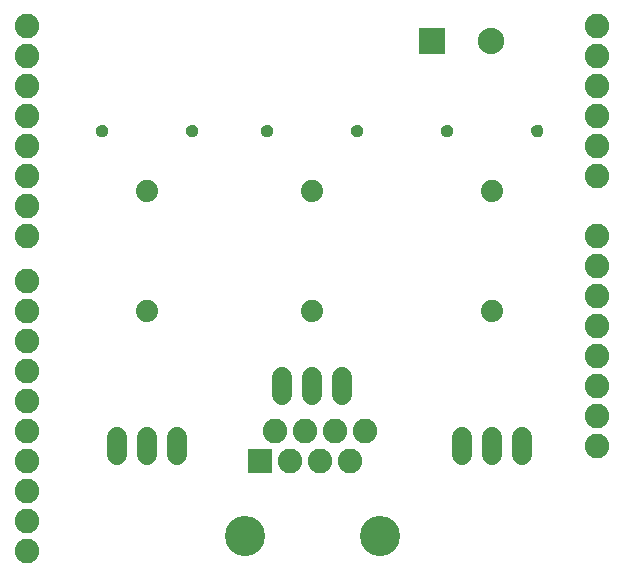
<source format=gts>
G75*
%MOIN*%
%OFA0B0*%
%FSLAX25Y25*%
%IPPOS*%
%LPD*%
%AMOC8*
5,1,8,0,0,1.08239X$1,22.5*
%
%ADD10C,0.07400*%
%ADD11R,0.08800X0.08800*%
%ADD12C,0.08800*%
%ADD13C,0.08200*%
%ADD14R,0.08200X0.08200*%
%ADD15C,0.13398*%
%ADD16C,0.00500*%
%ADD17C,0.06800*%
D10*
X0055000Y0182524D03*
X0055000Y0222524D03*
X0110000Y0222524D03*
X0110000Y0182524D03*
X0170000Y0182524D03*
X0170000Y0222524D03*
D11*
X0150000Y0272524D03*
D12*
X0169685Y0272524D03*
D13*
X0015000Y0102524D03*
X0015000Y0112524D03*
X0015000Y0122524D03*
X0015000Y0132524D03*
X0015000Y0142524D03*
X0015000Y0152524D03*
X0015000Y0162524D03*
X0015000Y0172524D03*
X0015000Y0182524D03*
X0015000Y0192524D03*
X0015000Y0207524D03*
X0015000Y0217524D03*
X0015000Y0227524D03*
X0015000Y0237524D03*
X0015000Y0247524D03*
X0015000Y0257524D03*
X0015000Y0267524D03*
X0015000Y0277524D03*
X0097500Y0142524D03*
X0107500Y0142524D03*
X0102500Y0132524D03*
X0112500Y0132524D03*
X0117500Y0142524D03*
X0122500Y0132524D03*
X0127500Y0142524D03*
X0205000Y0147524D03*
X0205000Y0157524D03*
X0205000Y0167524D03*
X0205000Y0177524D03*
X0205000Y0187524D03*
X0205000Y0197524D03*
X0205000Y0207524D03*
X0205000Y0227524D03*
X0205000Y0237524D03*
X0205000Y0247524D03*
X0205000Y0257524D03*
X0205000Y0267524D03*
X0205000Y0277524D03*
X0205000Y0137524D03*
D14*
X0092500Y0132524D03*
D15*
X0087500Y0107524D03*
X0132500Y0107524D03*
D16*
X0125000Y0240764D02*
X0124607Y0240815D01*
X0124235Y0240952D01*
X0123903Y0241169D01*
X0123628Y0241453D01*
X0123423Y0241793D01*
X0123298Y0242169D01*
X0123260Y0242563D01*
X0123307Y0242947D01*
X0123437Y0243310D01*
X0123646Y0243636D01*
X0123921Y0243907D01*
X0124250Y0244109D01*
X0124616Y0244234D01*
X0125000Y0244274D01*
X0125382Y0244240D01*
X0125746Y0244122D01*
X0126075Y0243926D01*
X0126352Y0243661D01*
X0126563Y0243342D01*
X0126698Y0242983D01*
X0126750Y0242604D01*
X0126715Y0242203D01*
X0126592Y0241820D01*
X0126386Y0241475D01*
X0126109Y0241183D01*
X0125774Y0240961D01*
X0125398Y0240819D01*
X0125000Y0240764D01*
X0125026Y0240767D02*
X0124972Y0240767D01*
X0123809Y0241266D02*
X0126188Y0241266D01*
X0126559Y0241764D02*
X0123440Y0241764D01*
X0123289Y0242263D02*
X0126720Y0242263D01*
X0126728Y0242761D02*
X0123284Y0242761D01*
X0123419Y0243260D02*
X0126594Y0243260D01*
X0126250Y0243758D02*
X0123771Y0243758D01*
X0124840Y0244257D02*
X0125187Y0244257D01*
X0153250Y0242444D02*
X0153285Y0242844D01*
X0153408Y0243227D01*
X0153614Y0243573D01*
X0153891Y0243864D01*
X0154226Y0244086D01*
X0154602Y0244228D01*
X0155000Y0244283D01*
X0155393Y0244232D01*
X0155765Y0244095D01*
X0156097Y0243879D01*
X0156372Y0243594D01*
X0156577Y0243255D01*
X0156702Y0242878D01*
X0156740Y0242484D01*
X0156693Y0242100D01*
X0156563Y0241737D01*
X0156354Y0241412D01*
X0156079Y0241141D01*
X0155750Y0240938D01*
X0155384Y0240814D01*
X0155000Y0240774D01*
X0154618Y0240808D01*
X0154254Y0240926D01*
X0153925Y0241122D01*
X0153648Y0241386D01*
X0153437Y0241706D01*
X0153302Y0242064D01*
X0153250Y0242444D01*
X0153275Y0242263D02*
X0156713Y0242263D01*
X0156713Y0242761D02*
X0153278Y0242761D01*
X0153428Y0243260D02*
X0156574Y0243260D01*
X0156213Y0243758D02*
X0153790Y0243758D01*
X0154808Y0244257D02*
X0155204Y0244257D01*
X0156573Y0241764D02*
X0153415Y0241764D01*
X0153774Y0241266D02*
X0156206Y0241266D01*
X0183280Y0242474D02*
X0183332Y0242094D01*
X0183467Y0241736D01*
X0183678Y0241416D01*
X0183955Y0241152D01*
X0184284Y0240955D01*
X0184648Y0240837D01*
X0185030Y0240804D01*
X0185414Y0240843D01*
X0185780Y0240968D01*
X0186109Y0241171D01*
X0186384Y0241441D01*
X0186593Y0241767D01*
X0186723Y0242130D01*
X0186770Y0242514D01*
X0186732Y0242908D01*
X0186607Y0243285D01*
X0186402Y0243624D01*
X0186127Y0243909D01*
X0185795Y0244125D01*
X0185423Y0244262D01*
X0185030Y0244313D01*
X0184632Y0244258D01*
X0184256Y0244116D01*
X0183921Y0243894D01*
X0183644Y0243603D01*
X0183438Y0243257D01*
X0183315Y0242874D01*
X0183280Y0242474D01*
X0183309Y0242263D02*
X0186739Y0242263D01*
X0186746Y0242761D02*
X0183305Y0242761D01*
X0183440Y0243260D02*
X0186616Y0243260D01*
X0186272Y0243758D02*
X0183792Y0243758D01*
X0184628Y0244257D02*
X0185438Y0244257D01*
X0186591Y0241764D02*
X0183456Y0241764D01*
X0183835Y0241266D02*
X0186206Y0241266D01*
X0096720Y0242574D02*
X0096685Y0242173D01*
X0096562Y0241790D01*
X0096356Y0241445D01*
X0096079Y0241153D01*
X0095744Y0240931D01*
X0095368Y0240789D01*
X0094970Y0240734D01*
X0094577Y0240785D01*
X0094205Y0240922D01*
X0093873Y0241139D01*
X0093598Y0241424D01*
X0093393Y0241763D01*
X0093268Y0242139D01*
X0093230Y0242533D01*
X0093277Y0242917D01*
X0093407Y0243280D01*
X0093616Y0243606D01*
X0093891Y0243877D01*
X0094220Y0244079D01*
X0094586Y0244204D01*
X0094970Y0244244D01*
X0095352Y0244210D01*
X0095716Y0244092D01*
X0096045Y0243896D01*
X0096322Y0243631D01*
X0096533Y0243312D01*
X0096668Y0242953D01*
X0096720Y0242574D01*
X0096694Y0242761D02*
X0093258Y0242761D01*
X0093256Y0242263D02*
X0096693Y0242263D01*
X0096546Y0241764D02*
X0093392Y0241764D01*
X0093750Y0241266D02*
X0096186Y0241266D01*
X0095213Y0240767D02*
X0094712Y0240767D01*
X0093400Y0243260D02*
X0096553Y0243260D01*
X0096189Y0243758D02*
X0093771Y0243758D01*
X0071750Y0242604D02*
X0071715Y0242203D01*
X0071592Y0241820D01*
X0071386Y0241475D01*
X0071109Y0241183D01*
X0070774Y0240961D01*
X0070398Y0240819D01*
X0070000Y0240764D01*
X0069607Y0240815D01*
X0069235Y0240952D01*
X0068903Y0241169D01*
X0068628Y0241453D01*
X0068423Y0241793D01*
X0068298Y0242169D01*
X0068260Y0242563D01*
X0068307Y0242947D01*
X0068437Y0243310D01*
X0068646Y0243636D01*
X0068921Y0243907D01*
X0069250Y0244109D01*
X0069616Y0244234D01*
X0070000Y0244274D01*
X0070382Y0244240D01*
X0070746Y0244122D01*
X0071075Y0243926D01*
X0071352Y0243661D01*
X0071563Y0243342D01*
X0071698Y0242983D01*
X0071750Y0242604D01*
X0071728Y0242761D02*
X0068284Y0242761D01*
X0068289Y0242263D02*
X0071720Y0242263D01*
X0071559Y0241764D02*
X0068440Y0241764D01*
X0068809Y0241266D02*
X0071188Y0241266D01*
X0070026Y0240767D02*
X0069972Y0240767D01*
X0068419Y0243260D02*
X0071594Y0243260D01*
X0071250Y0243758D02*
X0068771Y0243758D01*
X0069840Y0244257D02*
X0070187Y0244257D01*
X0041720Y0242574D02*
X0041685Y0242173D01*
X0041562Y0241790D01*
X0041356Y0241445D01*
X0041079Y0241153D01*
X0040744Y0240931D01*
X0040368Y0240789D01*
X0039970Y0240734D01*
X0039577Y0240785D01*
X0039205Y0240922D01*
X0038873Y0241139D01*
X0038598Y0241424D01*
X0038393Y0241763D01*
X0038268Y0242139D01*
X0038230Y0242533D01*
X0038277Y0242917D01*
X0038407Y0243280D01*
X0038616Y0243606D01*
X0038891Y0243877D01*
X0039220Y0244079D01*
X0039586Y0244204D01*
X0039970Y0244244D01*
X0040352Y0244210D01*
X0040716Y0244092D01*
X0041045Y0243896D01*
X0041322Y0243631D01*
X0041533Y0243312D01*
X0041668Y0242953D01*
X0041720Y0242574D01*
X0041694Y0242761D02*
X0038258Y0242761D01*
X0038256Y0242263D02*
X0041693Y0242263D01*
X0041546Y0241764D02*
X0038392Y0241764D01*
X0038750Y0241266D02*
X0041186Y0241266D01*
X0040213Y0240767D02*
X0039712Y0240767D01*
X0038400Y0243260D02*
X0041553Y0243260D01*
X0041189Y0243758D02*
X0038771Y0243758D01*
D17*
X0100000Y0160524D02*
X0100000Y0154524D01*
X0110000Y0154524D02*
X0110000Y0160524D01*
X0120000Y0160524D02*
X0120000Y0154524D01*
X0160000Y0140524D02*
X0160000Y0134524D01*
X0170000Y0134524D02*
X0170000Y0140524D01*
X0180000Y0140524D02*
X0180000Y0134524D01*
X0065000Y0134524D02*
X0065000Y0140524D01*
X0055000Y0140524D02*
X0055000Y0134524D01*
X0045000Y0134524D02*
X0045000Y0140524D01*
M02*

</source>
